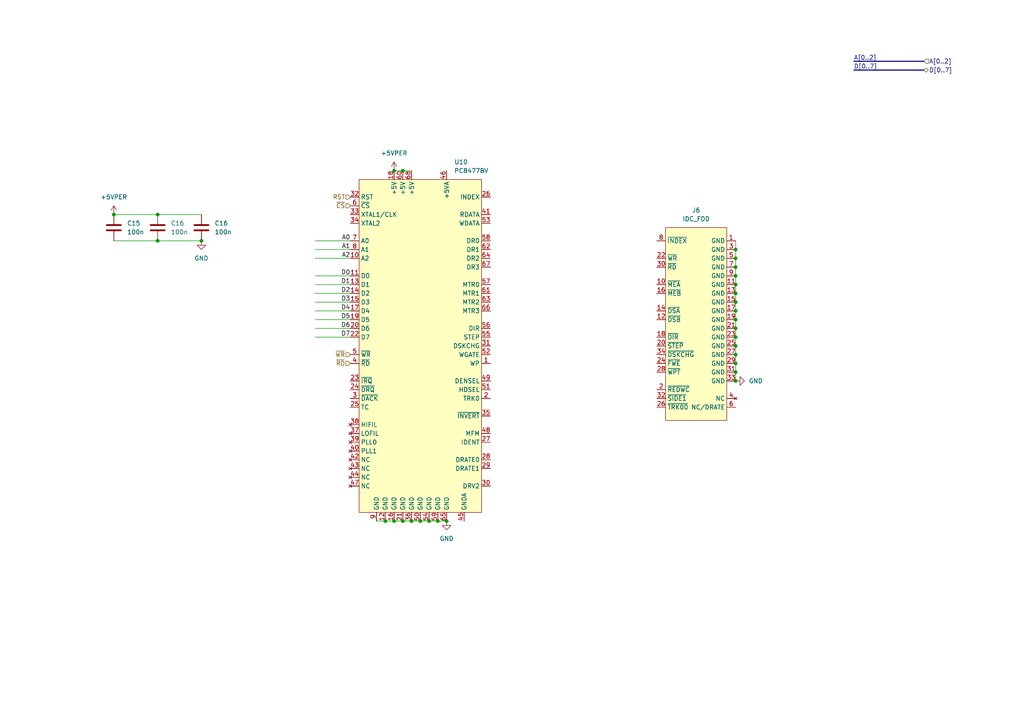
<source format=kicad_sch>
(kicad_sch (version 20230121) (generator eeschema)
  (paper "A4")
  (lib_symbols
    (symbol "Device:C" (pin_numbers hide) (pin_names (offset 0.254))
      (property "Reference" "C" (at 0.635 2.54 0))
      (property "Value" "C" (at 0.635 -2.54 0))
      (symbol "C_0_1"
        (polyline (pts (xy -2.032 -0.762) (xy 2.032 -0.762)) (stroke (width 0.508)))
        (polyline (pts (xy -2.032 0.762) (xy 2.032 0.762)) (stroke (width 0.508)))
      )
      (symbol "C_1_1"
        (pin passive line (at 0 3.81 270) (length 2.794) (name "~") (number "1"))
        (pin passive line (at 0 -3.81 90) (length 2.794) (name "~") (number "2"))
      )
    )
    (symbol "m68k-hbc-conn:IDC_FDD"
      (property "Reference" "J" (at 0 31.75 0))
      (property "Value" "IDC_FDD" (at 0 29.21 0))
      (symbol "IDC_FDD_1_1"
        (rectangle (start -8.89 27.94) (end 8.89 -27.94) (fill (type background)))
        (pin power_in line (at 11.43 24.13 180) (length 2.54) (name "GND") (number "1"))
        (pin input line (at -11.43 11.43 0) (length 2.54) (name "~{MEA}") (number "10"))
        (pin power_in line (at 11.43 11.43 180) (length 2.54) (name "GND") (number "11"))
        (pin input line (at -11.43 1.27 0) (length 2.54) (name "~{DSB}") (number "12"))
        (pin power_in line (at 11.43 8.89 180) (length 2.54) (name "GND") (number "13"))
        (pin input line (at -11.43 3.81 0) (length 2.54) (name "~{DSA}") (number "14"))
        (pin power_in line (at 11.43 6.35 180) (length 2.54) (name "GND") (number "15"))
        (pin input line (at -11.43 8.89 0) (length 2.54) (name "~{MEB}") (number "16"))
        (pin power_in line (at 11.43 3.81 180) (length 2.54) (name "GND") (number "17"))
        (pin input line (at -11.43 -3.81 0) (length 2.54) (name "~{DIR}") (number "18"))
        (pin power_in line (at 11.43 1.27 180) (length 2.54) (name "GND") (number "19"))
        (pin output line (at -11.43 -19.05 0) (length 2.54) (name "~{REDWC}") (number "2"))
        (pin input line (at -11.43 -6.35 0) (length 2.54) (name "~{STEP}") (number "20"))
        (pin power_in line (at 11.43 -1.27 180) (length 2.54) (name "GND") (number "21"))
        (pin input line (at -11.43 19.05 0) (length 2.54) (name "~{WR}") (number "22"))
        (pin power_in line (at 11.43 -3.81 180) (length 2.54) (name "GND") (number "23"))
        (pin input line (at -11.43 -11.43 0) (length 2.54) (name "~{FWE}") (number "24"))
        (pin power_in line (at 11.43 -6.35 180) (length 2.54) (name "GND") (number "25"))
        (pin output line (at -11.43 -24.13 0) (length 2.54) (name "~{TRK00}") (number "26"))
        (pin power_in line (at 11.43 -8.89 180) (length 2.54) (name "GND") (number "27"))
        (pin output line (at -11.43 -13.97 0) (length 2.54) (name "~{WPT}") (number "28"))
        (pin power_in line (at 11.43 -11.43 180) (length 2.54) (name "GND") (number "29"))
        (pin power_in line (at 11.43 21.59 180) (length 2.54) (name "GND") (number "3"))
        (pin output line (at -11.43 16.51 0) (length 2.54) (name "~{RD}") (number "30"))
        (pin power_in line (at 11.43 -13.97 180) (length 2.54) (name "GND") (number "31"))
        (pin input line (at -11.43 -21.59 0) (length 2.54) (name "~{SIDE1}") (number "32"))
        (pin power_in line (at 11.43 -16.51 180) (length 2.54) (name "GND") (number "33"))
        (pin output line (at -11.43 -8.89 0) (length 2.54) (name "~{DSKCHG}") (number "34"))
        (pin no_connect line (at 11.43 -21.59 180) (length 2.54) (name "NC") (number "4"))
        (pin power_in line (at 11.43 19.05 180) (length 2.54) (name "GND") (number "5"))
        (pin output line (at 11.43 -24.13 180) (length 2.54) (name "NC/DRATE") (number "6"))
        (pin power_in line (at 11.43 16.51 180) (length 2.54) (name "GND") (number "7"))
        (pin output line (at -11.43 24.13 0) (length 2.54) (name "~{INDEX}") (number "8"))
        (pin power_in line (at 11.43 13.97 180) (length 2.54) (name "GND") (number "9"))
      )
    )
    (symbol "m68k-hbc-ic:PC8477BV"
      (property "Reference" "U" (at -19.05 45.72 0))
      (property "Value" "PC8477BV" (at 0 -1.27 0))
      (symbol "PC8477BV_1_1"
        (rectangle (start -17.78 45.72) (end 17.78 -50.8) (fill (type background)))
        (pin input line (at 20.32 -7.62 180) (length 2.54) (name "WP") (number "1"))
        (pin input line (at -20.32 22.86 0) (length 2.54) (name "A2") (number "10"))
        (pin bidirectional line (at -20.32 17.78 0) (length 2.54) (name "D0") (number "11"))
        (pin power_in line (at -10.16 -53.34 90) (length 2.54) (name "GND") (number "12"))
        (pin bidirectional line (at -20.32 15.24 0) (length 2.54) (name "D1") (number "13"))
        (pin bidirectional line (at -20.32 12.7 0) (length 2.54) (name "D2") (number "14"))
        (pin bidirectional line (at -20.32 10.16 0) (length 2.54) (name "D3") (number "15"))
        (pin power_in line (at -7.62 -53.34 90) (length 2.54) (name "GND") (number "16"))
        (pin bidirectional line (at -20.32 7.62 0) (length 2.54) (name "D4") (number "17"))
        (pin power_in line (at -7.62 48.26 270) (length 2.54) (name "+5V") (number "18"))
        (pin bidirectional line (at -20.32 5.08 0) (length 2.54) (name "D5") (number "19"))
        (pin input line (at 20.32 -17.78 180) (length 2.54) (name "TRK0") (number "2"))
        (pin bidirectional line (at -20.32 2.54 0) (length 2.54) (name "D6") (number "20"))
        (pin power_in line (at -5.08 -53.34 90) (length 2.54) (name "GND") (number "21"))
        (pin bidirectional line (at -20.32 0 0) (length 2.54) (name "D7") (number "22"))
        (pin output line (at -20.32 -12.7 0) (length 2.54) (name "~{IRQ}") (number "23"))
        (pin output line (at -20.32 -15.24 0) (length 2.54) (name "~{DRQ}") (number "24"))
        (pin input line (at -20.32 -20.32 0) (length 2.54) (name "TC") (number "25"))
        (pin input line (at 20.32 40.64 180) (length 2.54) (name "INDEX") (number "26"))
        (pin input line (at 20.32 -30.48 180) (length 2.54) (name "IDENT") (number "27"))
        (pin output line (at 20.32 -35.56 180) (length 2.54) (name "DRATE0") (number "28"))
        (pin output line (at 20.32 -38.1 180) (length 2.54) (name "DRATE1") (number "29"))
        (pin input line (at -20.32 -17.78 0) (length 2.54) (name "~{DACK}") (number "3"))
        (pin input line (at 20.32 -43.18 180) (length 2.54) (name "DRV2") (number "30"))
        (pin input line (at 20.32 -2.54 180) (length 2.54) (name "DSKCHG") (number "31"))
        (pin input line (at -20.32 40.64 0) (length 2.54) (name "RST") (number "32"))
        (pin input line (at -20.32 35.56 0) (length 2.54) (name "XTAL1/CLK") (number "33"))
        (pin input line (at -20.32 33.02 0) (length 2.54) (name "XTAL2") (number "34"))
        (pin input line (at 20.32 -22.86 180) (length 2.54) (name "~{INVERT}") (number "35"))
        (pin power_in line (at -2.54 -53.34 90) (length 2.54) (name "GND") (number "36"))
        (pin no_connect line (at -20.32 -27.94 0) (length 2.54) (name "LOFIL") (number "37"))
        (pin no_connect line (at -20.32 -25.4 0) (length 2.54) (name "HIFIL") (number "38"))
        (pin no_connect line (at -20.32 -30.48 0) (length 2.54) (name "PLL0") (number "39"))
        (pin input line (at -20.32 -7.62 0) (length 2.54) (name "~{RD}") (number "4"))
        (pin no_connect line (at -20.32 -33.02 0) (length 2.54) (name "PLL1") (number "40"))
        (pin input line (at 20.32 35.56 180) (length 2.54) (name "RDATA") (number "41"))
        (pin no_connect line (at -20.32 -35.56 0) (length 2.54) (name "NC") (number "42"))
        (pin no_connect line (at -20.32 -38.1 0) (length 2.54) (name "NC") (number "43"))
        (pin no_connect line (at -20.32 -40.64 0) (length 2.54) (name "NC") (number "44"))
        (pin power_in line (at 12.7 -53.34 90) (length 2.54) (name "GNDA") (number "45"))
        (pin power_in line (at 7.62 48.26 270) (length 2.54) (name "+5VA") (number "46"))
        (pin no_connect line (at -20.32 -43.18 0) (length 2.54) (name "NC") (number "47"))
        (pin bidirectional line (at 20.32 -27.94 180) (length 2.54) (name "MFM") (number "48"))
        (pin output line (at 20.32 -12.7 180) (length 2.54) (name "DENSEL") (number "49"))
        (pin input line (at -20.32 -5.08 0) (length 2.54) (name "~{WR}") (number "5"))
        (pin power_in line (at 0 -53.34 90) (length 2.54) (name "GND") (number "50"))
        (pin input line (at 20.32 -15.24 180) (length 2.54) (name "HDSEL") (number "51"))
        (pin output line (at 20.32 -5.08 180) (length 2.54) (name "WGATE") (number "52"))
        (pin output line (at 20.32 33.02 180) (length 2.54) (name "WDATA") (number "53"))
        (pin power_in line (at 2.54 -53.34 90) (length 2.54) (name "GND") (number "54"))
        (pin output line (at 20.32 0 180) (length 2.54) (name "STEP") (number "55"))
        (pin output line (at 20.32 2.54 180) (length 2.54) (name "DIR") (number "56"))
        (pin output line (at 20.32 15.24 180) (length 2.54) (name "MTR0") (number "57"))
        (pin output line (at 20.32 27.94 180) (length 2.54) (name "DR0") (number "58"))
        (pin power_in line (at 5.08 -53.34 90) (length 2.54) (name "GND") (number "59"))
        (pin input line (at -20.32 38.1 0) (length 2.54) (name "~{CS}") (number "6"))
        (pin power_in line (at -5.08 48.26 270) (length 2.54) (name "+5V") (number "60"))
        (pin output line (at 20.32 12.7 180) (length 2.54) (name "MTR1") (number "61"))
        (pin output line (at 20.32 25.4 180) (length 2.54) (name "DR1") (number "62"))
        (pin output line (at 20.32 10.16 180) (length 2.54) (name "MTR2") (number "63"))
        (pin output line (at 20.32 22.86 180) (length 2.54) (name "DR2") (number "64"))
        (pin power_in line (at 7.62 -53.34 90) (length 2.54) (name "GND") (number "65"))
        (pin output line (at 20.32 7.62 180) (length 2.54) (name "MTR3") (number "66"))
        (pin output line (at 20.32 20.32 180) (length 2.54) (name "DR3") (number "67"))
        (pin power_in line (at -2.54 48.26 270) (length 2.54) (name "+5V") (number "68"))
        (pin input line (at -20.32 27.94 0) (length 2.54) (name "A0") (number "7"))
        (pin input line (at -20.32 25.4 0) (length 2.54) (name "A1") (number "8"))
        (pin power_in line (at -12.7 -53.34 90) (length 2.54) (name "GND") (number "9"))
      )
    )
    (symbol "m68k-hbc-pwr:+5VPER" (power) (in_bom no) (on_board no)
      (property "Value" "+5VPER" (at 0 3.81 0))
      (symbol "+5VPER_0_1"
        (polyline (pts (xy -0.762 1.27) (xy 0 2.54)))
        (polyline (pts (xy 0 0) (xy 0 2.54)))
        (polyline (pts (xy 0 2.54) (xy 0.762 1.27)))
      )
      (symbol "+5VPER_1_1"
        (pin power_in line (at 0 0 90) (length 0) hide (name "+5VPER") (number "1"))
      )
    )
    (symbol "power:GND" (power) (pin_names (offset 0))
      (property "Value" "GND" (at 0 -3.81 0))
      (symbol "GND_0_1"
        (polyline (pts (xy 0 0) (xy 0 -1.27) (xy 1.27 -1.27) (xy 0 -2.54) (xy -1.27 -1.27) (xy 0 -1.27)))
      )
      (symbol "GND_1_1"
        (pin power_in line (at 0 0 270) (length 0) hide (name "GND") (number "1"))
      )
    )
  )
  (junction (at 213.36 85.09))
  (junction (at 116.84 151.13))
  (junction (at 213.36 74.93))
  (junction (at 213.36 105.41))
  (junction (at 213.36 107.95))
  (junction (at 213.36 102.87))
  (junction (at 213.36 110.49))
  (junction (at 121.92 151.13))
  (junction (at 213.36 92.71))
  (junction (at 124.46 151.13))
  (junction (at 119.38 151.13))
  (junction (at 127 151.13))
  (junction (at 213.36 82.55))
  (junction (at 33.02 62.23))
  (junction (at 213.36 100.33))
  (junction (at 213.36 80.01))
  (junction (at 213.36 95.25))
  (junction (at 213.36 87.63))
  (junction (at 114.3 151.13))
  (junction (at 58.42 69.85))
  (junction (at 213.36 72.39))
  (junction (at 116.84 49.53))
  (junction (at 213.36 77.47))
  (junction (at 45.72 69.85))
  (junction (at 111.76 151.13))
  (junction (at 213.36 97.79))
  (junction (at 114.3 49.53))
  (junction (at 45.72 62.23))
  (junction (at 129.54 151.13))
  (junction (at 213.36 90.17))
  (wire (pts (xy 213.36 90.17) (xy 213.36 87.63)))
  (wire (pts (xy 91.44 85.09) (xy 101.6 85.09)))
  (wire (pts (xy 114.3 151.13) (xy 111.76 151.13)))
  (wire (pts (xy 91.44 74.93) (xy 101.6 74.93)))
  (wire (pts (xy 114.3 49.53) (xy 116.84 49.53)))
  (wire (pts (xy 119.38 151.13) (xy 116.84 151.13)))
  (wire (pts (xy 91.44 80.01) (xy 101.6 80.01)))
  (wire (pts (xy 45.72 69.85) (xy 33.02 69.85)))
  (wire (pts (xy 213.36 102.87) (xy 213.36 100.33)))
  (wire (pts (xy 58.42 69.85) (xy 45.72 69.85)))
  (wire (pts (xy 91.44 72.39) (xy 101.6 72.39)))
  (wire (pts (xy 213.36 95.25) (xy 213.36 92.71)))
  (wire (pts (xy 45.72 62.23) (xy 58.42 62.23)))
  (wire (pts (xy 91.44 69.85) (xy 101.6 69.85)))
  (wire (pts (xy 213.36 80.01) (xy 213.36 77.47)))
  (wire (pts (xy 91.44 97.79) (xy 101.6 97.79)))
  (wire (pts (xy 91.44 95.25) (xy 101.6 95.25)))
  (wire (pts (xy 91.44 87.63) (xy 101.6 87.63)))
  (wire (pts (xy 129.54 151.13) (xy 127 151.13)))
  (bus (pts (xy 247.65 20.32) (xy 267.97 20.32)))
  (wire (pts (xy 213.36 92.71) (xy 213.36 90.17)))
  (wire (pts (xy 213.36 85.09) (xy 213.36 82.55)))
  (wire (pts (xy 33.02 62.23) (xy 45.72 62.23)))
  (wire (pts (xy 213.36 107.95) (xy 213.36 105.41)))
  (wire (pts (xy 91.44 82.55) (xy 101.6 82.55)))
  (wire (pts (xy 121.92 151.13) (xy 119.38 151.13)))
  (wire (pts (xy 213.36 100.33) (xy 213.36 97.79)))
  (wire (pts (xy 116.84 151.13) (xy 114.3 151.13)))
  (wire (pts (xy 124.46 151.13) (xy 121.92 151.13)))
  (wire (pts (xy 213.36 87.63) (xy 213.36 85.09)))
  (wire (pts (xy 213.36 105.41) (xy 213.36 102.87)))
  (wire (pts (xy 213.36 72.39) (xy 213.36 69.85)))
  (wire (pts (xy 127 151.13) (xy 124.46 151.13)))
  (wire (pts (xy 213.36 74.93) (xy 213.36 72.39)))
  (wire (pts (xy 213.36 77.47) (xy 213.36 74.93)))
  (wire (pts (xy 213.36 110.49) (xy 213.36 107.95)))
  (wire (pts (xy 116.84 49.53) (xy 119.38 49.53)))
  (wire (pts (xy 213.36 82.55) (xy 213.36 80.01)))
  (wire (pts (xy 91.44 92.71) (xy 101.6 92.71)))
  (wire (pts (xy 213.36 97.79) (xy 213.36 95.25)))
  (wire (pts (xy 111.76 151.13) (xy 109.22 151.13)))
  (bus (pts (xy 247.65 17.78) (xy 267.97 17.78)))
  (wire (pts (xy 91.44 90.17) (xy 101.6 90.17)))
  (label "D[0..7]" (at 247.65 20.32 0))
  (label "A0" (at 101.6 69.85 180))
  (label "D5" (at 101.6 92.71 180))
  (label "D0" (at 101.6 80.01 180))
  (label "D7" (at 101.6 97.79 180))
  (label "D4" (at 101.6 90.17 180))
  (label "A1" (at 101.6 72.39 180))
  (label "D2" (at 101.6 85.09 180))
  (label "A2" (at 101.6 74.93 180))
  (label "A[0..2]" (at 247.65 17.78 0))
  (label "D1" (at 101.6 82.55 180))
  (label "D3" (at 101.6 87.63 180))
  (label "D6" (at 101.6 95.25 180))
  (hierarchical_label "RST" (shape input) (at 101.6 57.15 180))
  (hierarchical_label "~{WR}" (shape input) (at 101.6 102.87 180))
  (hierarchical_label "A[0..2]" (shape input) (at 267.97 17.78 0))
  (hierarchical_label "D[0..7]" (shape bidirectional) (at 267.97 20.32 0))
  (hierarchical_label "~{CS}" (shape input) (at 101.6 59.69 180))
  (hierarchical_label "~{RD}" (shape input) (at 101.6 105.41 180))
  (symbol (lib_id "Device:C") (at 45.72 66.04 0) (unit 1)
    (property "Reference" "C16" (at 49.53 64.77 0) (effects (justify left)))
    (property "Value" "100n" (at 49.53 67.31 0) (effects (justify left)))
    (property "Footprint" "Capacitor_THT:C_Disc_D6.0mm_W2.5mm_P5.00mm" (effects hide))
    (instances (project "m68k-hbc" (path "" (reference "C16") (unit 1)) (path "" (reference "C19") (unit 1)) (path "" (reference "C21") (unit 1)) (path "" (reference "C24") (unit 1))))
  )
  (symbol (lib_id "Device:C") (at 33.02 66.04 0) (unit 1)
    (property "Reference" "C15" (at 36.83 64.77 0) (effects (justify left)))
    (property "Value" "100n" (at 36.83 67.31 0) (effects (justify left)))
    (property "Footprint" "Capacitor_THT:C_Disc_D6.0mm_W2.5mm_P5.00mm" (effects hide))
    (instances (project "m68k-hbc" (path "" (reference "C15") (unit 1)) (path "" (reference "C18") (unit 1)) (path "" (reference "C20") (unit 1)) (path "" (reference "C23") (unit 1))))
  )
  (symbol (lib_id "m68k-hbc-pwr:+5VPER") (at 114.3 49.53 0) (unit 1) (in_bom no) (on_board no)
    (property "Reference" "#PWR074" (effects hide))
    (property "Value" "+5VPER" (at 114.3 44.45 0))
    (instances (project "m68k-hbc" (path "" (reference "#PWR074") (unit 1)) (path "" (reference "#PWR078") (unit 1))))
  )
  (symbol (lib_id "Device:C") (at 58.42 66.04 0) (unit 1)
    (property "Reference" "C16" (at 62.23 64.77 0) (effects (justify left)))
    (property "Value" "100n" (at 62.23 67.31 0) (effects (justify left)))
    (property "Footprint" "Capacitor_THT:C_Disc_D6.0mm_W2.5mm_P5.00mm" (effects hide))
    (instances (project "m68k-hbc" (path "" (reference "C16") (unit 1)) (path "" (reference "C19") (unit 1)) (path "" (reference "C21") (unit 1)) (path "" (reference "C25") (unit 1))))
  )
  (symbol (lib_id "m68k-hbc-conn:IDC_FDD") (at 201.93 93.98 0) (unit 1)
    (property "Reference" "J6" (at 201.93 60.96 0))
    (property "Value" "IDC_FDD" (at 201.93 63.5 0))
    (property "Footprint" "Connector_IDC:IDC-Header_2x17_P2.54mm_Vertical" (effects hide))
  )
  (symbol (lib_id "power:GND") (at 58.42 69.85 0) (unit 1)
    (property "Reference" "#PWR018" (effects hide))
    (property "Value" "GND" (at 58.42 74.93 0))
    (instances (project "m68k-hbc" (path "" (reference "#PWR018") (unit 1)) (path "" (reference "#PWR075") (unit 1)) (path "" (reference "#PWR087") (unit 1))))
  )
  (symbol (lib_id "power:GND") (at 129.54 151.13 0) (unit 1)
    (property "Reference" "#PWR079" (effects hide))
    (property "Value" "GND" (at 129.54 156.21 0))
  )
  (symbol (lib_id "m68k-hbc-ic:PC8477BV") (at 121.92 97.79 0) (unit 1)
    (property "Reference" "U10" (at 131.7341 46.99 0) (effects (justify left)))
    (property "Value" "PC8477BV" (at 131.7341 49.53 0) (effects (justify left)))
    (property "Footprint" "Package_LCC:PLCC-68_THT-Socket" (effects hide))
    (property "Datasheet" "https://retrocmp.de/compati/8477B_h.pdf" (effects hide))
  )
  (symbol (lib_id "m68k-hbc-pwr:+5VPER") (at 33.02 62.23 0) (unit 1) (in_bom no) (on_board no)
    (property "Reference" "#PWR077" (effects hide))
    (property "Value" "+5VPER" (at 33.02 57.15 0))
    (instances (project "m68k-hbc" (path "" (reference "#PWR077") (unit 1)) (path "" (reference "#PWR085") (unit 1))))
  )
  (symbol (lib_id "power:GND") (at 213.36 110.49 90) (unit 1)
    (property "Reference" "#PWR080" (effects hide))
    (property "Value" "GND" (at 217.17 110.49 90) (effects (justify right)))
  )
)
</source>
